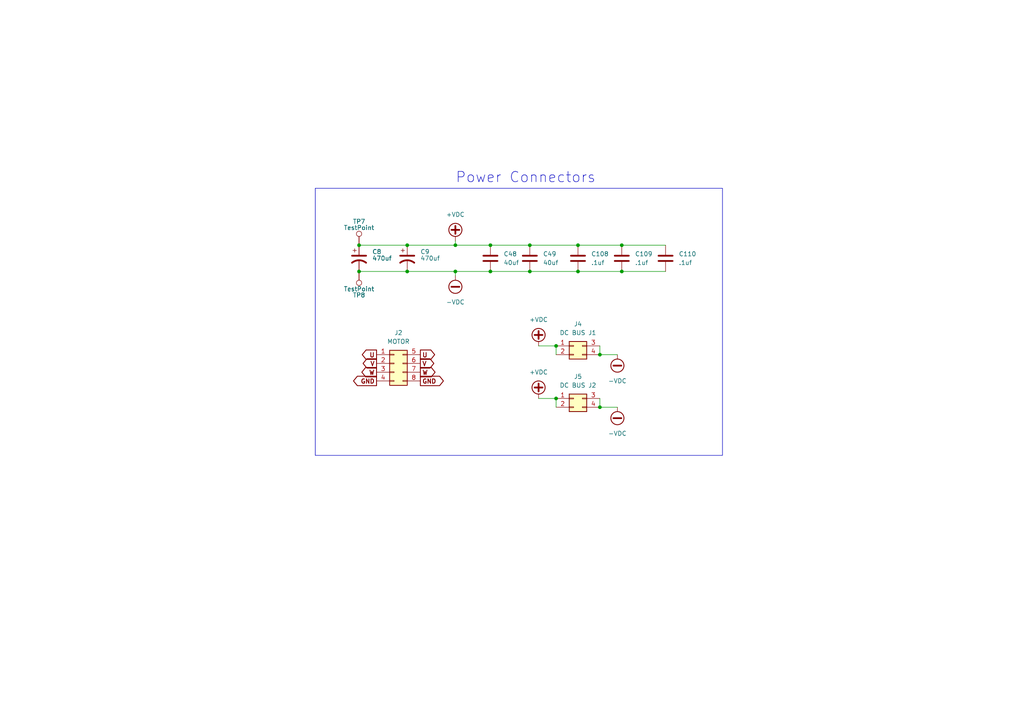
<source format=kicad_sch>
(kicad_sch (version 20231120) (generator "eeschema") (generator_version "8.0")
  (paper "A4")
  (lib_symbols
    (symbol "Connector:TestPoint" (pin_numbers hide) (pin_names (offset 0.762) hide)
      (property "Reference" "TP" (at 0 6.858 0))
      (property "Value" "TestPoint" (at 0 5.08 0))
      (symbol "TestPoint_0_1"
        (circle (center 0 3.302) (radius 0.762))
      )
      (symbol "TestPoint_1_1"
        (pin passive line (at 0 0 90) (length 2.54) (name "1") (number "1"))
      )
    )
    (symbol "Connector_Generic:Conn_02x02_Top_Bottom" (pin_names (offset 1.016) hide)
      (property "Reference" "J" (at 1.27 2.54 0))
      (property "Value" "Conn_02x02_Top_Bottom" (at 1.27 -5.08 0))
      (symbol "Conn_02x02_Top_Bottom_1_1"
        (rectangle (start -1.27 -2.413) (end 0 -2.667) (stroke (width 0.1524)))
        (rectangle (start -1.27 0.127) (end 0 -0.127) (stroke (width 0.1524)))
        (rectangle (start -1.27 1.27) (end 3.81 -3.81) (stroke (width 0.254)) (fill (type background)))
        (rectangle (start 3.81 -2.413) (end 2.54 -2.667) (stroke (width 0.1524)))
        (rectangle (start 3.81 0.127) (end 2.54 -0.127) (stroke (width 0.1524)))
        (pin passive line (at -5.08 0 0) (length 3.81) (name "Pin_1") (number "1"))
        (pin passive line (at -5.08 -2.54 0) (length 3.81) (name "Pin_2") (number "2"))
        (pin passive line (at 7.62 0 180) (length 3.81) (name "Pin_3") (number "3"))
        (pin passive line (at 7.62 -2.54 180) (length 3.81) (name "Pin_4") (number "4"))
      )
    )
    (symbol "Connector_Generic:Conn_02x04_Top_Bottom" (pin_names (offset 1.016) hide)
      (property "Reference" "J" (at 1.27 5.08 0))
      (property "Value" "Conn_02x04_Top_Bottom" (at 1.27 -7.62 0))
      (symbol "Conn_02x04_Top_Bottom_1_1"
        (rectangle (start -1.27 -4.953) (end 0 -5.207) (stroke (width 0.1524)))
        (rectangle (start -1.27 -2.413) (end 0 -2.667) (stroke (width 0.1524)))
        (rectangle (start -1.27 0.127) (end 0 -0.127) (stroke (width 0.1524)))
        (rectangle (start -1.27 2.667) (end 0 2.413) (stroke (width 0.1524)))
        (rectangle (start -1.27 3.81) (end 3.81 -6.35) (stroke (width 0.254)) (fill (type background)))
        (rectangle (start 3.81 -4.953) (end 2.54 -5.207) (stroke (width 0.1524)))
        (rectangle (start 3.81 -2.413) (end 2.54 -2.667) (stroke (width 0.1524)))
        (rectangle (start 3.81 0.127) (end 2.54 -0.127) (stroke (width 0.1524)))
        (rectangle (start 3.81 2.667) (end 2.54 2.413) (stroke (width 0.1524)))
        (pin passive line (at -5.08 2.54 0) (length 3.81) (name "Pin_1") (number "1"))
        (pin passive line (at -5.08 0 0) (length 3.81) (name "Pin_2") (number "2"))
        (pin passive line (at -5.08 -2.54 0) (length 3.81) (name "Pin_3") (number "3"))
        (pin passive line (at -5.08 -5.08 0) (length 3.81) (name "Pin_4") (number "4"))
        (pin passive line (at 7.62 2.54 180) (length 3.81) (name "Pin_5") (number "5"))
        (pin passive line (at 7.62 0 180) (length 3.81) (name "Pin_6") (number "6"))
        (pin passive line (at 7.62 -2.54 180) (length 3.81) (name "Pin_7") (number "7"))
        (pin passive line (at 7.62 -5.08 180) (length 3.81) (name "Pin_8") (number "8"))
      )
    )
    (symbol "Device:C" (pin_numbers hide) (pin_names (offset 0.254))
      (property "Reference" "C" (at 0.635 2.54 0))
      (property "Value" "C" (at 0.635 -2.54 0))
      (symbol "C_0_1"
        (polyline (pts (xy -2.032 -0.762) (xy 2.032 -0.762)) (stroke (width 0.508)))
        (polyline (pts (xy -2.032 0.762) (xy 2.032 0.762)) (stroke (width 0.508)))
      )
      (symbol "C_1_1"
        (pin passive line (at 0 3.81 270) (length 2.794) (name "~") (number "1"))
        (pin passive line (at 0 -3.81 90) (length 2.794) (name "~") (number "2"))
      )
    )
    (symbol "Device:C_Polarized_US" (pin_numbers hide) (pin_names (offset 0.254) hide)
      (property "Reference" "C" (at 0.635 2.54 0))
      (property "Value" "C_Polarized_US" (at 0.635 -2.54 0))
      (symbol "C_Polarized_US_0_1"
        (polyline (pts (xy -2.032 0.762) (xy 2.032 0.762)) (stroke (width 0.508)))
        (polyline (pts (xy -1.778 2.286) (xy -0.762 2.286)))
        (polyline (pts (xy -1.27 1.778) (xy -1.27 2.794)))
        (arc (start 2.032 -1.27) (mid 0 -0.5572) (end -2.032 -1.27) (stroke (width 0.508)))
      )
      (symbol "C_Polarized_US_1_1"
        (pin passive line (at 0 3.81 270) (length 2.794) (name "~") (number "1"))
        (pin passive line (at 0 -3.81 90) (length 3.302) (name "~") (number "2"))
      )
    )
    (symbol "power:+VDC" (power) (pin_names (offset 0))
      (property "Value" "+VDC" (at 0 6.35 0))
      (symbol "+VDC_0_1"
        (polyline (pts (xy -1.143 3.175) (xy 1.143 3.175)) (stroke (width 0.508)))
        (polyline (pts (xy 0 0) (xy 0 1.27)))
        (polyline (pts (xy 0 2.032) (xy 0 4.318)) (stroke (width 0.508)))
        (circle (center 0 3.175) (radius 1.905) (stroke (width 0.254)))
      )
      (symbol "+VDC_1_1"
        (pin power_in line (at 0 0 90) (length 0) hide (name "+VDC") (number "1"))
      )
    )
    (symbol "power:-VDC" (power) (pin_names (offset 0))
      (property "Value" "-VDC" (at 0 6.35 0))
      (symbol "-VDC_0_1"
        (polyline (pts (xy -1.143 3.175) (xy 1.143 3.175)) (stroke (width 0.508)))
        (polyline (pts (xy 0 0) (xy 0 1.27)))
        (circle (center 0 3.175) (radius 1.905) (stroke (width 0.254)))
      )
      (symbol "-VDC_1_1"
        (pin power_in line (at 0 0 90) (length 0) hide (name "-VDC") (number "1"))
      )
    )
  )
  (junction (at 104.14 78.74))
  (junction (at 161.29 115.57))
  (junction (at 180.34 71.12))
  (junction (at 142.24 71.12))
  (junction (at 167.64 78.74))
  (junction (at 173.99 118.11))
  (junction (at 153.67 78.74))
  (junction (at 173.99 102.87))
  (junction (at 118.11 78.74))
  (junction (at 118.11 71.12))
  (junction (at 142.24 78.74))
  (junction (at 180.34 78.74))
  (junction (at 153.67 71.12))
  (junction (at 132.08 71.12))
  (junction (at 132.08 78.74))
  (junction (at 161.29 100.33))
  (junction (at 104.14 71.12))
  (junction (at 167.64 71.12))
  (wire (pts (xy 167.64 71.12) (xy 180.34 71.12)))
  (wire (pts (xy 173.99 115.57) (xy 173.99 118.11)))
  (wire (pts (xy 104.14 71.12) (xy 118.11 71.12)))
  (wire (pts (xy 118.11 71.12) (xy 132.08 71.12)))
  (wire (pts (xy 132.08 80.01) (xy 132.08 78.74)))
  (wire (pts (xy 132.08 71.12) (xy 142.24 71.12)))
  (wire (pts (xy 173.99 102.87) (xy 179.07 102.87)))
  (wire (pts (xy 161.29 115.57) (xy 161.29 118.11)))
  (wire (pts (xy 153.67 78.74) (xy 167.64 78.74)))
  (wire (pts (xy 167.64 78.74) (xy 180.34 78.74)))
  (wire (pts (xy 156.21 115.57) (xy 161.29 115.57)))
  (wire (pts (xy 118.11 78.74) (xy 132.08 78.74)))
  (wire (pts (xy 180.34 71.12) (xy 193.04 71.12)))
  (wire (pts (xy 156.21 100.33) (xy 161.29 100.33)))
  (wire (pts (xy 180.34 78.74) (xy 193.04 78.74)))
  (wire (pts (xy 104.14 78.74) (xy 118.11 78.74)))
  (wire (pts (xy 132.08 69.85) (xy 132.08 71.12)))
  (wire (pts (xy 142.24 78.74) (xy 153.67 78.74)))
  (wire (pts (xy 132.08 78.74) (xy 142.24 78.74)))
  (wire (pts (xy 173.99 118.11) (xy 179.07 118.11)))
  (wire (pts (xy 142.24 71.12) (xy 153.67 71.12)))
  (wire (pts (xy 161.29 100.33) (xy 161.29 102.87)))
  (wire (pts (xy 173.99 100.33) (xy 173.99 102.87)))
  (wire (pts (xy 153.67 71.12) (xy 167.64 71.12)))
  (rectangle (start 91.44 54.61) (end 209.55 132.08))
  (text "Power Connectors" (at 132.08 53.34 0) (effects (font (size 3 3)) (justify left bottom)))
  (global_label "W" (shape output) (at 121.92 107.95 0) (effects (font (bold yes))) (property "Intersheetrefs" "${INTERSHEET_REFS}" (effects (hide yes))))
  (global_label "U" (shape output) (at 121.92 102.87 0) (effects (font (bold yes))) (property "Intersheetrefs" "${INTERSHEET_REFS}" (effects (hide yes))))
  (global_label "GND" (shape output) (at 109.22 110.49 180) (effects (font (bold yes))) (property "Intersheetrefs" "${INTERSHEET_REFS}" (effects (hide yes))))
  (global_label "GND" (shape output) (at 121.92 110.49 0) (effects (font (bold yes))) (property "Intersheetrefs" "${INTERSHEET_REFS}" (effects (hide yes))))
  (global_label "V" (shape output) (at 121.92 105.41 0) (effects (font (bold yes))) (property "Intersheetrefs" "${INTERSHEET_REFS}" (effects (hide yes))))
  (global_label "V" (shape output) (at 109.22 105.41 180) (effects (font (bold yes))) (property "Intersheetrefs" "${INTERSHEET_REFS}" (effects (hide yes))))
  (global_label "U" (shape output) (at 109.22 102.87 180) (effects (font (bold yes))) (property "Intersheetrefs" "${INTERSHEET_REFS}" (effects (hide yes))))
  (global_label "W" (shape output) (at 109.22 107.95 180) (effects (font (bold yes))) (property "Intersheetrefs" "${INTERSHEET_REFS}" (effects (hide yes))))
  (symbol (lib_id "Connector:TestPoint") (at 104.14 71.12 0) (unit 1)
    (property "Reference" "TP7" (at 104.14 64.262 0))
    (property "Value" "TestPoint" (at 104.14 66.04 0))
    (property "Footprint" "footprints:TestPoint_Pad_3.1x1.6mm" (effects (hide yes)))
  )
  (symbol (lib_id "power:+VDC") (at 156.21 115.57 0) (unit 1)
    (property "Reference" "#PWR0113" (effects (hide yes)))
    (property "Value" "+VDC" (at 156.21 107.95 0))
  )
  (symbol (lib_id "Connector_Generic:Conn_02x02_Top_Bottom") (at 166.37 115.57 0) (unit 1)
    (property "Reference" "J5" (at 167.64 109.22 0))
    (property "Value" "DC BUS J2" (at 167.64 111.76 0))
    (property "Footprint" "Connector_Molex:Molex_Mega-Fit_76825-0004_2x02_P5.70mm_Horizontal" (effects (hide yes)))
  )
  (symbol (lib_id "Connector_Generic:Conn_02x02_Top_Bottom") (at 166.37 100.33 0) (unit 1)
    (property "Reference" "J4" (at 167.64 93.98 0))
    (property "Value" "DC BUS J1" (at 167.64 96.52 0))
    (property "Footprint" "Connector_Molex:Molex_Mega-Fit_76825-0004_2x02_P5.70mm_Horizontal" (effects (hide yes)))
  )
  (symbol (lib_id "Connector_Generic:Conn_02x04_Top_Bottom") (at 114.3 105.41 0) (unit 1)
    (property "Reference" "J2" (at 115.57 96.52 0))
    (property "Value" "MOTOR" (at 115.57 99.06 0))
    (property "Footprint" "Connector_Molex:Molex_Mega-Fit_76825-0008_2x04_P5.70mm_Horizontal" (effects (hide yes)))
  )
  (symbol (lib_id "Device:C_Polarized_US") (at 104.14 74.93 0) (unit 1)
    (property "Reference" "C8" (at 107.95 73.025 0) (effects (justify left)))
    (property "Value" "470uf" (at 107.95 74.93 0) (effects (justify left)))
    (property "Footprint" "Capacitor_THT:CP_Radial_D30.0mm_P10.00mm_SnapIn" (effects (hide yes)))
  )
  (symbol (lib_id "Device:C") (at 167.64 74.93 180) (unit 1)
    (property "Reference" "C108" (at 171.45 73.66 0) (effects (justify right)))
    (property "Value" ".1uf" (at 171.45 76.2 0) (effects (justify right)))
    (property "Footprint" "Capacitor_SMD:C_2220_5650Metric" (effects (hide yes)))
  )
  (symbol (lib_id "power:+VDC") (at 156.21 100.33 0) (unit 1)
    (property "Reference" "#PWR0112" (effects (hide yes)))
    (property "Value" "+VDC" (at 156.21 92.71 0))
  )
  (symbol (lib_id "Device:C") (at 193.04 74.93 180) (unit 1)
    (property "Reference" "C110" (at 196.85 73.66 0) (effects (justify right)))
    (property "Value" ".1uf" (at 196.85 76.2 0) (effects (justify right)))
    (property "Footprint" "Capacitor_SMD:C_2220_5650Metric" (effects (hide yes)))
  )
  (symbol (lib_id "Device:C") (at 142.24 74.93 0) (unit 1)
    (property "Reference" "C48" (at 146.05 73.6599 0) (effects (justify left)))
    (property "Value" "40uf" (at 146.05 76.1999 0) (effects (justify left)))
    (property "Footprint" "footprints:BUS CAP1" (effects (hide yes)))
  )
  (symbol (lib_id "Connector:TestPoint") (at 104.14 78.74 180) (unit 1)
    (property "Reference" "TP8" (at 104.14 85.598 0))
    (property "Value" "TestPoint" (at 104.14 83.82 0))
    (property "Footprint" "footprints:TestPoint_Pad_3.1x1.6mm" (effects (hide yes)))
  )
  (symbol (lib_id "Device:C") (at 180.34 74.93 180) (unit 1)
    (property "Reference" "C109" (at 184.15 73.66 0) (effects (justify right)))
    (property "Value" ".1uf" (at 184.15 76.2 0) (effects (justify right)))
    (property "Footprint" "Capacitor_SMD:C_2220_5650Metric" (effects (hide yes)))
  )
  (symbol (lib_id "power:-VDC") (at 179.07 118.11 180) (unit 1)
    (property "Reference" "#PWR0116" (effects (hide yes)))
    (property "Value" "-VDC" (at 179.07 125.73 0))
  )
  (symbol (lib_id "power:-VDC") (at 132.08 80.01 180) (unit 1)
    (property "Reference" "#PWR027" (effects (hide yes)))
    (property "Value" "-VDC" (at 132.08 87.63 0))
  )
  (symbol (lib_id "Device:C_Polarized_US") (at 118.11 74.93 0) (unit 1)
    (property "Reference" "C9" (at 121.92 73.025 0) (effects (justify left)))
    (property "Value" "470uf" (at 121.92 74.93 0) (effects (justify left)))
    (property "Footprint" "Capacitor_THT:CP_Radial_D30.0mm_P10.00mm_SnapIn" (effects (hide yes)))
  )
  (symbol (lib_id "power:+VDC") (at 132.08 69.85 0) (unit 1)
    (property "Reference" "#PWR026" (effects (hide yes)))
    (property "Value" "+VDC" (at 132.08 62.23 0))
  )
  (symbol (lib_id "power:-VDC") (at 179.07 102.87 180) (unit 1)
    (property "Reference" "#PWR0114" (effects (hide yes)))
    (property "Value" "-VDC" (at 179.07 110.49 0))
  )
  (symbol (lib_id "Device:C") (at 153.67 74.93 0) (unit 1)
    (property "Reference" "C49" (at 157.48 73.6599 0) (effects (justify left)))
    (property "Value" "40uf" (at 157.48 76.1999 0) (effects (justify left)))
    (property "Footprint" "footprints:BUS CAP1" (effects (hide yes)))
  )
)
</source>
